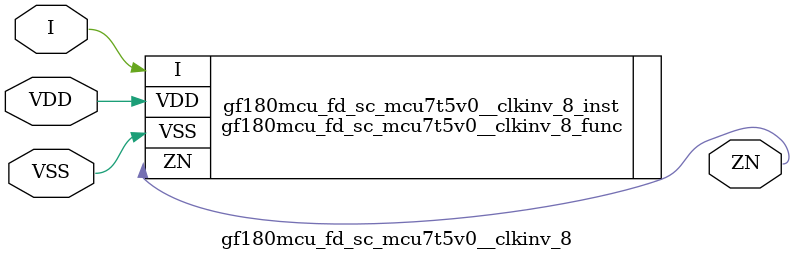
<source format=v>

module gf180mcu_fd_sc_mcu7t5v0__clkinv_8( I, ZN, VDD, VSS );
input I;
inout VDD, VSS;
output ZN;

   `ifdef FUNCTIONAL  //  functional //

	gf180mcu_fd_sc_mcu7t5v0__clkinv_8_func gf180mcu_fd_sc_mcu7t5v0__clkinv_8_behav_inst(.I(I),.ZN(ZN),.VDD(VDD),.VSS(VSS));

   `else

	gf180mcu_fd_sc_mcu7t5v0__clkinv_8_func gf180mcu_fd_sc_mcu7t5v0__clkinv_8_inst(.I(I),.ZN(ZN),.VDD(VDD),.VSS(VSS));

	// spec_gates_begin


	// spec_gates_end



   specify

	// specify_block_begin

	// comb arc I --> ZN
	 (I => ZN) = (1.0,1.0);

	// specify_block_end

   endspecify

   `endif

endmodule

</source>
